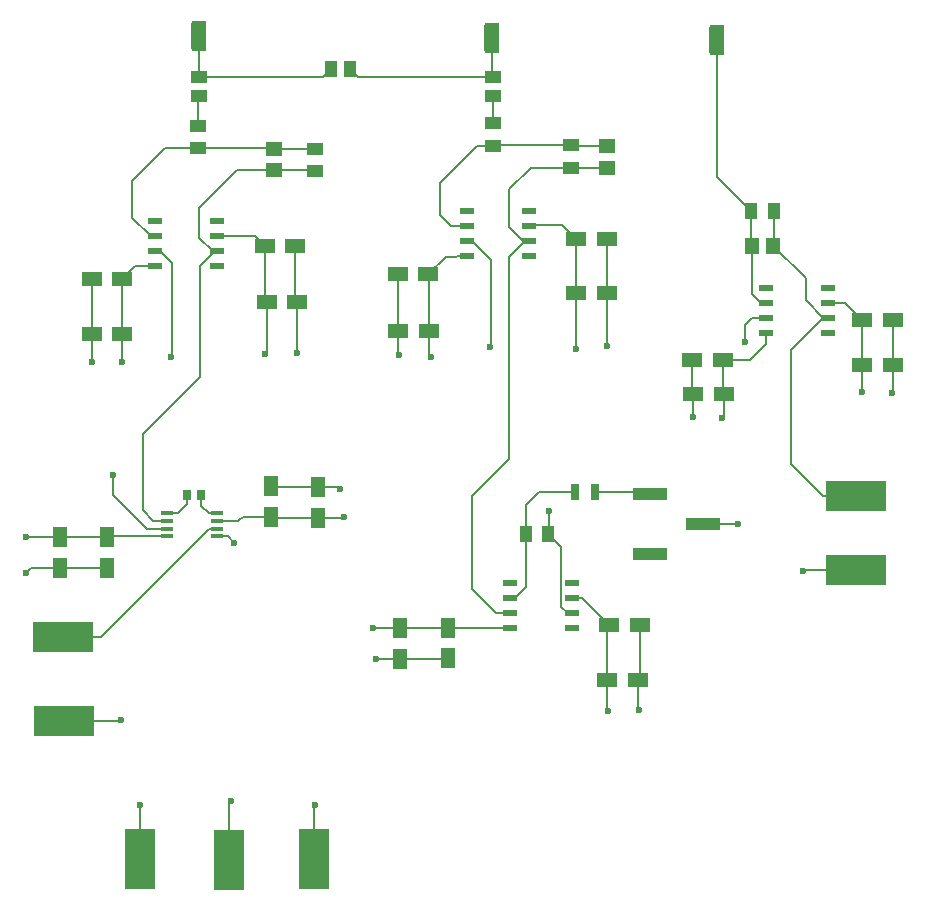
<source format=gbr>
%TF.GenerationSoftware,KiCad,Pcbnew,9.0.0*%
%TF.CreationDate,2025-05-16T17:36:55-07:00*%
%TF.ProjectId,current_measure_board,63757272-656e-4745-9f6d-656173757265,rev?*%
%TF.SameCoordinates,Original*%
%TF.FileFunction,Copper,L1,Top*%
%TF.FilePolarity,Positive*%
%FSLAX46Y46*%
G04 Gerber Fmt 4.6, Leading zero omitted, Abs format (unit mm)*
G04 Created by KiCad (PCBNEW 9.0.0) date 2025-05-16 17:36:55*
%MOMM*%
%LPD*%
G01*
G04 APERTURE LIST*
G04 Aperture macros list*
%AMRoundRect*
0 Rectangle with rounded corners*
0 $1 Rounding radius*
0 $2 $3 $4 $5 $6 $7 $8 $9 X,Y pos of 4 corners*
0 Add a 4 corners polygon primitive as box body*
4,1,4,$2,$3,$4,$5,$6,$7,$8,$9,$2,$3,0*
0 Add four circle primitives for the rounded corners*
1,1,$1+$1,$2,$3*
1,1,$1+$1,$4,$5*
1,1,$1+$1,$6,$7*
1,1,$1+$1,$8,$9*
0 Add four rect primitives between the rounded corners*
20,1,$1+$1,$2,$3,$4,$5,0*
20,1,$1+$1,$4,$5,$6,$7,0*
20,1,$1+$1,$6,$7,$8,$9,0*
20,1,$1+$1,$8,$9,$2,$3,0*%
G04 Aperture macros list end*
%TA.AperFunction,SMDPad,CuDef*%
%ADD10R,5.080000X2.540000*%
%TD*%
%TA.AperFunction,SMDPad,CuDef*%
%ADD11RoundRect,0.190500X-0.444500X-1.079500X0.444500X-1.079500X0.444500X1.079500X-0.444500X1.079500X0*%
%TD*%
%TA.AperFunction,SMDPad,CuDef*%
%ADD12R,1.000000X1.450000*%
%TD*%
%TA.AperFunction,SMDPad,CuDef*%
%ADD13R,1.150000X1.450000*%
%TD*%
%TA.AperFunction,SMDPad,CuDef*%
%ADD14R,1.800000X1.250000*%
%TD*%
%TA.AperFunction,SMDPad,CuDef*%
%ADD15R,1.470000X1.030000*%
%TD*%
%TA.AperFunction,SMDPad,CuDef*%
%ADD16R,2.540000X5.080000*%
%TD*%
%TA.AperFunction,SMDPad,CuDef*%
%ADD17R,1.030000X1.470000*%
%TD*%
%TA.AperFunction,SMDPad,CuDef*%
%ADD18R,1.250000X1.800000*%
%TD*%
%TA.AperFunction,SMDPad,CuDef*%
%ADD19R,3.000000X1.000000*%
%TD*%
%TA.AperFunction,SMDPad,CuDef*%
%ADD20R,1.450000X1.000000*%
%TD*%
%TA.AperFunction,SMDPad,CuDef*%
%ADD21R,0.660400X0.889000*%
%TD*%
%TA.AperFunction,SMDPad,CuDef*%
%ADD22R,1.092200X0.381000*%
%TD*%
%TA.AperFunction,SMDPad,CuDef*%
%ADD23R,1.257300X0.482600*%
%TD*%
%TA.AperFunction,SMDPad,CuDef*%
%ADD24R,0.762000X1.346200*%
%TD*%
%TA.AperFunction,SMDPad,CuDef*%
%ADD25R,1.450000X1.150000*%
%TD*%
%TA.AperFunction,ViaPad*%
%ADD26C,0.600000*%
%TD*%
%TA.AperFunction,Conductor*%
%ADD27C,0.200000*%
%TD*%
G04 APERTURE END LIST*
D10*
%TO.P,TP8,1,1*%
%TO.N,/Current_meas*%
X180900000Y-99187500D03*
%TD*%
D11*
%TO.P,TP10,1,1*%
%TO.N,/Current_in*%
X169150000Y-60550000D03*
%TD*%
D10*
%TO.P,TP9,1,1*%
%TO.N,GND*%
X180950000Y-105387500D03*
%TD*%
%TO.P,TP7,1,1*%
%TO.N,GND*%
X113850000Y-118200000D03*
%TD*%
D12*
%TO.P,R10,1*%
%TO.N,/Current_meas*%
X173950000Y-75050000D03*
%TO.P,R10,2*%
%TO.N,/Current_in*%
X172050000Y-75050000D03*
%TD*%
D13*
%TO.P,C26,1*%
%TO.N,/Current_meas*%
X173900000Y-77950000D03*
%TO.P,C26,2*%
%TO.N,/Current_in*%
X172100000Y-77950000D03*
%TD*%
D14*
%TO.P,C25,1,+*%
%TO.N,GND*%
X167100000Y-90500000D03*
%TO.P,C25,2,-*%
%TO.N,/Vminus*%
X169700000Y-90500000D03*
%TD*%
%TO.P,C24,1,1*%
%TO.N,GND*%
X167050000Y-87650000D03*
%TO.P,C24,2,2*%
%TO.N,/Vminus*%
X169650000Y-87650000D03*
%TD*%
%TO.P,C23,1,+*%
%TO.N,/Vplus*%
X181400000Y-88100000D03*
%TO.P,C23,2,-*%
%TO.N,GND*%
X184000000Y-88100000D03*
%TD*%
%TO.P,C22,1,1*%
%TO.N,/Vplus*%
X181400000Y-84250000D03*
%TO.P,C22,2,2*%
%TO.N,GND*%
X184000000Y-84250000D03*
%TD*%
D15*
%TO.P,C3,1*%
%TO.N,Net-(C3-Pad1)*%
X125250000Y-65300000D03*
%TO.P,C3,2*%
%TO.N,/PA98_in*%
X125250000Y-63700000D03*
%TD*%
D16*
%TO.P,TP6,1,1*%
%TO.N,GND*%
X127837500Y-130000000D03*
%TD*%
D17*
%TO.P,C5,1*%
%TO.N,/PA98_in*%
X136472400Y-63022700D03*
%TO.P,C5,2*%
%TO.N,/measurement_in*%
X138072400Y-63022700D03*
%TD*%
D18*
%TO.P,C12,1,1*%
%TO.N,/Vplus*%
X131400000Y-100900000D03*
%TO.P,C12,2,2*%
%TO.N,GND*%
X131400000Y-98300000D03*
%TD*%
D19*
%TO.P,R2,1*%
%TO.N,Net-(R2-Pad1)*%
X163462500Y-98960000D03*
%TO.P,R2,2*%
%TO.N,GND*%
X167962500Y-101500000D03*
%TO.P,R2,3*%
%TO.N,unconnected-(R2-Pad3)*%
X163462500Y-104040000D03*
%TD*%
D20*
%TO.P,R9,1*%
%TO.N,Net-(C4-Pad1)*%
X150150000Y-67600000D03*
%TO.P,R9,2*%
%TO.N,Net-(U4--INA)*%
X150150000Y-69500000D03*
%TD*%
D14*
%TO.P,C7,1,1*%
%TO.N,/Vplus*%
X159850000Y-114750000D03*
%TO.P,C7,2,2*%
%TO.N,GND*%
X162450000Y-114750000D03*
%TD*%
D21*
%TO.P,R1,1*%
%TO.N,Net-(U1-RG-)*%
X124227700Y-99050000D03*
%TO.P,R1,2*%
%TO.N,Net-(U1-RG+)*%
X125472300Y-99050000D03*
%TD*%
D14*
%TO.P,C14,1,1*%
%TO.N,/Vplus*%
X130850000Y-78000000D03*
%TO.P,C14,2,2*%
%TO.N,GND*%
X133450000Y-78000000D03*
%TD*%
%TO.P,C20,1,1*%
%TO.N,GND*%
X142100000Y-80400000D03*
%TO.P,C20,2,2*%
%TO.N,/Vminus*%
X144700000Y-80400000D03*
%TD*%
%TO.P,C17,1,+*%
%TO.N,GND*%
X116200000Y-85400000D03*
%TO.P,C17,2,-*%
%TO.N,/Vminus*%
X118800000Y-85400000D03*
%TD*%
%TO.P,C15,1,+*%
%TO.N,/Vplus*%
X131000000Y-82700000D03*
%TO.P,C15,2,-*%
%TO.N,GND*%
X133600000Y-82700000D03*
%TD*%
D11*
%TO.P,TP4,1,1*%
%TO.N,/PA98_in*%
X125300000Y-60250000D03*
%TD*%
D18*
%TO.P,C10,1,1*%
%TO.N,GND*%
X113550000Y-105250000D03*
%TO.P,C10,2,2*%
%TO.N,/Vminus*%
X113550000Y-102650000D03*
%TD*%
%TO.P,C13,1,+*%
%TO.N,/Vplus*%
X135350000Y-101000000D03*
%TO.P,C13,2,-*%
%TO.N,GND*%
X135350000Y-98400000D03*
%TD*%
D22*
%TO.P,U1,1,RG-*%
%TO.N,Net-(U1-RG-)*%
X122566400Y-100625001D03*
%TO.P,U1,2,IN-*%
%TO.N,Net-(U1-IN-)*%
X122566400Y-101274999D03*
%TO.P,U1,3,IN+*%
%TO.N,Net-(U1-IN+)*%
X122566400Y-101925001D03*
%TO.P,U1,4,V-*%
%TO.N,/Vminus*%
X122566400Y-102574999D03*
%TO.P,U1,5,REF*%
%TO.N,GND*%
X126833600Y-102574999D03*
%TO.P,U1,6,OUTPUT*%
%TO.N,/Control_out*%
X126833600Y-101925001D03*
%TO.P,U1,7,V+*%
%TO.N,/Vplus*%
X126833600Y-101274999D03*
%TO.P,U1,8,RG+*%
%TO.N,Net-(U1-RG+)*%
X126833600Y-100625001D03*
%TD*%
D10*
%TO.P,TP3,1,1*%
%TO.N,/Control_out*%
X113750000Y-111100000D03*
%TD*%
D14*
%TO.P,C21,1,+*%
%TO.N,GND*%
X142150000Y-85200000D03*
%TO.P,C21,2,-*%
%TO.N,/Vminus*%
X144750000Y-85200000D03*
%TD*%
D20*
%TO.P,R7,1*%
%TO.N,Net-(U3-+INA)*%
X156800000Y-71350000D03*
%TO.P,R7,2*%
%TO.N,Net-(U4--INA)*%
X156800000Y-69450000D03*
%TD*%
%TO.P,R8,1*%
%TO.N,Net-(C3-Pad1)*%
X125200000Y-67800000D03*
%TO.P,R8,2*%
%TO.N,Net-(U2--INA)*%
X125200000Y-69700000D03*
%TD*%
D18*
%TO.P,C8,1,1*%
%TO.N,GND*%
X142300000Y-112950000D03*
%TO.P,C8,2,2*%
%TO.N,/Vminus*%
X142300000Y-110350000D03*
%TD*%
D16*
%TO.P,TP2,1,1*%
%TO.N,/Vminus*%
X120250000Y-129900000D03*
%TD*%
D23*
%TO.P,U2,1,VOSADJ*%
%TO.N,unconnected-(U2-VOSADJ-Pad1)*%
X121577450Y-75895000D03*
%TO.P,U2,2,-INA*%
%TO.N,Net-(U2--INA)*%
X121577450Y-77165000D03*
%TO.P,U2,3,+INA*%
%TO.N,GND*%
X121577450Y-78435000D03*
%TO.P,U2,4,V-*%
%TO.N,/Vminus*%
X121577450Y-79705000D03*
%TO.P,U2,5,VOSADJ*%
%TO.N,unconnected-(U2-VOSADJ-Pad5)*%
X126822550Y-79705000D03*
%TO.P,U2,6,OUT*%
%TO.N,Net-(U1-IN-)*%
X126822550Y-78435000D03*
%TO.P,U2,7,V+*%
%TO.N,/Vplus*%
X126822550Y-77165000D03*
%TO.P,U2,8,NC*%
%TO.N,unconnected-(U2-NC-Pad8)*%
X126822550Y-75895000D03*
%TD*%
D14*
%TO.P,C16,1,1*%
%TO.N,GND*%
X116200000Y-80750000D03*
%TO.P,C16,2,2*%
%TO.N,/Vminus*%
X118800000Y-80750000D03*
%TD*%
%TO.P,C19,1,+*%
%TO.N,/Vplus*%
X157200000Y-82000000D03*
%TO.P,C19,2,-*%
%TO.N,GND*%
X159800000Y-82000000D03*
%TD*%
D15*
%TO.P,C4,1*%
%TO.N,Net-(C4-Pad1)*%
X150150000Y-65300000D03*
%TO.P,C4,2*%
%TO.N,/measurement_in*%
X150150000Y-63700000D03*
%TD*%
D12*
%TO.P,R3,1*%
%TO.N,Net-(U1-IN+)*%
X154850000Y-102350000D03*
%TO.P,R3,2*%
%TO.N,Net-(U3--INA)*%
X152950000Y-102350000D03*
%TD*%
D23*
%TO.P,U4,1,VOSADJ*%
%TO.N,unconnected-(U4-VOSADJ-Pad1)*%
X148000000Y-75050000D03*
%TO.P,U4,2,-INA*%
%TO.N,Net-(U4--INA)*%
X148000000Y-76320000D03*
%TO.P,U4,3,+INA*%
%TO.N,GND*%
X148000000Y-77590000D03*
%TO.P,U4,4,V-*%
%TO.N,/Vminus*%
X148000000Y-78860000D03*
%TO.P,U4,5,VOSADJ*%
%TO.N,unconnected-(U4-VOSADJ-Pad5)*%
X153245100Y-78860000D03*
%TO.P,U4,6,OUT*%
%TO.N,Net-(U3-+INA)*%
X153245100Y-77590000D03*
%TO.P,U4,7,V+*%
%TO.N,/Vplus*%
X153245100Y-76320000D03*
%TO.P,U4,8,NC*%
%TO.N,unconnected-(U4-NC-Pad8)*%
X153245100Y-75050000D03*
%TD*%
%TO.P,U3,1,VOSADJ*%
%TO.N,unconnected-(U3-VOSADJ-Pad1)*%
X151627450Y-106545000D03*
%TO.P,U3,2,-INA*%
%TO.N,Net-(U3--INA)*%
X151627450Y-107815000D03*
%TO.P,U3,3,+INA*%
%TO.N,Net-(U3-+INA)*%
X151627450Y-109085000D03*
%TO.P,U3,4,V-*%
%TO.N,/Vminus*%
X151627450Y-110355000D03*
%TO.P,U3,5,VOSADJ*%
%TO.N,unconnected-(U3-VOSADJ-Pad5)*%
X156872550Y-110355000D03*
%TO.P,U3,6,OUT*%
%TO.N,Net-(U1-IN+)*%
X156872550Y-109085000D03*
%TO.P,U3,7,V+*%
%TO.N,/Vplus*%
X156872550Y-107815000D03*
%TO.P,U3,8,NC*%
%TO.N,unconnected-(U3-NC-Pad8)*%
X156872550Y-106545000D03*
%TD*%
D16*
%TO.P,TP1,1,1*%
%TO.N,/Vplus*%
X135050000Y-129900000D03*
%TD*%
D18*
%TO.P,C9,1,+*%
%TO.N,GND*%
X146350000Y-112900000D03*
%TO.P,C9,2,-*%
%TO.N,/Vminus*%
X146350000Y-110300000D03*
%TD*%
D24*
%TO.P,R6,1*%
%TO.N,Net-(U3--INA)*%
X157124500Y-98800000D03*
%TO.P,R6,2*%
%TO.N,Net-(R2-Pad1)*%
X158775500Y-98800000D03*
%TD*%
D18*
%TO.P,C11,1,+*%
%TO.N,GND*%
X117474999Y-105225001D03*
%TO.P,C11,2,-*%
%TO.N,/Vminus*%
X117474999Y-102625001D03*
%TD*%
D25*
%TO.P,C2,1*%
%TO.N,Net-(U3-+INA)*%
X159800000Y-71350000D03*
%TO.P,C2,2*%
%TO.N,Net-(U4--INA)*%
X159800000Y-69550000D03*
%TD*%
%TO.P,C1,1*%
%TO.N,Net-(U1-IN-)*%
X131600000Y-71550000D03*
%TO.P,C1,2*%
%TO.N,Net-(U2--INA)*%
X131600000Y-69750000D03*
%TD*%
D14*
%TO.P,C18,1,1*%
%TO.N,/Vplus*%
X157200000Y-77400000D03*
%TO.P,C18,2,2*%
%TO.N,GND*%
X159800000Y-77400000D03*
%TD*%
D11*
%TO.P,TP5,1,1*%
%TO.N,/measurement_in*%
X150100000Y-60350000D03*
%TD*%
D14*
%TO.P,C6,1,+*%
%TO.N,/Vplus*%
X160000000Y-110100000D03*
%TO.P,C6,2,-*%
%TO.N,GND*%
X162600000Y-110100000D03*
%TD*%
D20*
%TO.P,R4,1*%
%TO.N,Net-(U1-IN-)*%
X135100000Y-71650000D03*
%TO.P,R4,2*%
%TO.N,Net-(U2--INA)*%
X135100000Y-69750000D03*
%TD*%
D23*
%TO.P,U5,8,NC*%
%TO.N,unconnected-(U5-NC-Pad8)*%
X178522550Y-81545000D03*
%TO.P,U5,7,V+*%
%TO.N,/Vplus*%
X178522550Y-82815000D03*
%TO.P,U5,6,OUT*%
%TO.N,/Current_meas*%
X178522550Y-84085000D03*
%TO.P,U5,5,VOSADJ*%
%TO.N,unconnected-(U5-VOSADJ-Pad5)*%
X178522550Y-85355000D03*
%TO.P,U5,4,V-*%
%TO.N,/Vminus*%
X173277450Y-85355000D03*
%TO.P,U5,3,+INA*%
%TO.N,GND*%
X173277450Y-84085000D03*
%TO.P,U5,2,-INA*%
%TO.N,/Current_in*%
X173277450Y-82815000D03*
%TO.P,U5,1,VOSADJ*%
%TO.N,unconnected-(U5-VOSADJ-Pad1)*%
X173277450Y-81545000D03*
%TD*%
D26*
%TO.N,/Vminus*%
X169550000Y-92550000D03*
%TO.N,GND*%
X167100000Y-92500000D03*
X171500000Y-86150000D03*
X183950000Y-90400000D03*
%TO.N,/Vplus*%
X181400000Y-90350000D03*
%TO.N,GND*%
X176400000Y-105500000D03*
X118650000Y-118150000D03*
X110650000Y-105650000D03*
X128250000Y-103100000D03*
X142250000Y-87250000D03*
X162500000Y-117300000D03*
X149900000Y-86550000D03*
X128000000Y-124943750D03*
X122900000Y-87400000D03*
X137200000Y-98550000D03*
X170950000Y-101550000D03*
X116250000Y-87850000D03*
X140250000Y-112950000D03*
X133600000Y-87050000D03*
X159850000Y-86450000D03*
%TO.N,/Vplus*%
X159900000Y-117350000D03*
X157200000Y-86700000D03*
X130850000Y-87150000D03*
X135112500Y-125350000D03*
X137550000Y-100900000D03*
%TO.N,/Vminus*%
X140000000Y-110350000D03*
X120300000Y-125350000D03*
X118800000Y-87800000D03*
X144900000Y-87350000D03*
X110600000Y-102600000D03*
%TO.N,Net-(U1-IN+)*%
X154900000Y-100450000D03*
X118000000Y-97350000D03*
%TD*%
D27*
%TO.N,Net-(U3--INA)*%
X154050000Y-98800000D02*
X157124500Y-98800000D01*
X152950000Y-99900000D02*
X154050000Y-98800000D01*
X152950000Y-102350000D02*
X152950000Y-99900000D01*
X152014800Y-107815000D02*
X152950000Y-106879800D01*
X152950000Y-106879800D02*
X152950000Y-102350000D01*
X151627450Y-107815000D02*
X152014800Y-107815000D01*
%TO.N,Net-(U3-+INA)*%
X148400000Y-107050000D02*
X148475000Y-107125000D01*
X148400000Y-99132900D02*
X148400000Y-107050000D01*
X150435000Y-109085000D02*
X148475000Y-107125000D01*
X151500000Y-96050000D02*
X149151000Y-98399000D01*
X149151000Y-98399000D02*
X149133900Y-98399000D01*
X149133900Y-98399000D02*
X148400000Y-99132900D01*
X151500000Y-78947750D02*
X151500000Y-96050000D01*
X152857750Y-77590000D02*
X151500000Y-78947750D01*
X153245100Y-77590000D02*
X152857750Y-77590000D01*
X151627450Y-109085000D02*
X150435000Y-109085000D01*
X151425500Y-109085000D02*
X151627450Y-109085000D01*
%TO.N,Net-(U1-IN-)*%
X125350000Y-89100000D02*
X125350000Y-79650000D01*
X125350000Y-79650000D02*
X126435200Y-78564800D01*
X120500000Y-93950000D02*
X125350000Y-89100000D01*
X121424999Y-101274999D02*
X120500000Y-100350000D01*
X120500000Y-100350000D02*
X120500000Y-93950000D01*
X122566400Y-101274999D02*
X121424999Y-101274999D01*
X126435200Y-78564800D02*
X126435200Y-78435000D01*
%TO.N,Net-(U1-RG+)*%
X125472300Y-99972300D02*
X125472300Y-99050000D01*
X126125001Y-100625001D02*
X125472300Y-99972300D01*
X126833600Y-100625001D02*
X126125001Y-100625001D01*
%TO.N,Net-(U1-RG-)*%
X122566400Y-100625001D02*
X123474999Y-100625001D01*
X123474999Y-100625001D02*
X124227700Y-99872300D01*
X124227700Y-99872300D02*
X124227700Y-99050000D01*
%TO.N,GND*%
X127724999Y-102574999D02*
X126833600Y-102574999D01*
X128250000Y-103100000D02*
X127724999Y-102574999D01*
%TO.N,/Current_meas*%
X175400000Y-86820200D02*
X178135200Y-84085000D01*
X178135200Y-84085000D02*
X178522550Y-84085000D01*
X175400000Y-96450000D02*
X175400000Y-86820200D01*
X178137500Y-99187500D02*
X175400000Y-96450000D01*
X180900000Y-99187500D02*
X178137500Y-99187500D01*
X176650000Y-82599800D02*
X178135200Y-84085000D01*
X176650000Y-80700000D02*
X176650000Y-82599800D01*
X173900000Y-77950000D02*
X176650000Y-80700000D01*
X173950000Y-77900000D02*
X173900000Y-77950000D01*
X173950000Y-75050000D02*
X173950000Y-77900000D01*
%TO.N,/Current_in*%
X172890100Y-82815000D02*
X173277450Y-82815000D01*
X172100000Y-82024900D02*
X172890100Y-82815000D01*
X172100000Y-77950000D02*
X172100000Y-82024900D01*
X172050000Y-77900000D02*
X172100000Y-77950000D01*
X172050000Y-75050000D02*
X172050000Y-77900000D01*
X169150000Y-72150000D02*
X172050000Y-75050000D01*
X169150000Y-60550000D02*
X169150000Y-72150000D01*
%TO.N,/Vminus*%
X169700000Y-92400000D02*
X169550000Y-92550000D01*
X169700000Y-90500000D02*
X169700000Y-92400000D01*
X169650000Y-90450000D02*
X169700000Y-90500000D01*
X169650000Y-87650000D02*
X169650000Y-90450000D01*
%TO.N,GND*%
X167100000Y-90500000D02*
X167100000Y-92500000D01*
X167050000Y-90450000D02*
X167100000Y-90500000D01*
X167050000Y-87650000D02*
X167050000Y-90450000D01*
%TO.N,/Vminus*%
X171950000Y-87650000D02*
X169650000Y-87650000D01*
X173277450Y-86322550D02*
X171950000Y-87650000D01*
X173277450Y-85355000D02*
X173277450Y-86322550D01*
%TO.N,GND*%
X171500000Y-84650000D02*
X171500000Y-86150000D01*
X172065000Y-84085000D02*
X171500000Y-84650000D01*
X173277450Y-84085000D02*
X172065000Y-84085000D01*
X184000000Y-90350000D02*
X183950000Y-90400000D01*
X184000000Y-88100000D02*
X184000000Y-90350000D01*
X184000000Y-84250000D02*
X184000000Y-88100000D01*
%TO.N,/Vplus*%
X181400000Y-88100000D02*
X181400000Y-90350000D01*
X181400000Y-84250000D02*
X181400000Y-88100000D01*
X179965000Y-82815000D02*
X181400000Y-84250000D01*
X178522550Y-82815000D02*
X179965000Y-82815000D01*
%TO.N,GND*%
X180950000Y-105387500D02*
X176512500Y-105387500D01*
X176512500Y-105387500D02*
X176400000Y-105500000D01*
X118600000Y-118200000D02*
X118650000Y-118150000D01*
X113850000Y-118200000D02*
X118600000Y-118200000D01*
%TO.N,/Control_out*%
X126124999Y-101925001D02*
X126833600Y-101925001D01*
X113750000Y-111100000D02*
X116950000Y-111100000D01*
X116950000Y-111100000D02*
X126124999Y-101925001D01*
%TO.N,Net-(U1-IN-)*%
X125300000Y-77299800D02*
X126435200Y-78435000D01*
X131600000Y-71550000D02*
X128500000Y-71550000D01*
X135000000Y-71550000D02*
X135100000Y-71650000D01*
X125300000Y-74750000D02*
X125300000Y-77299800D01*
X126435200Y-78435000D02*
X126822550Y-78435000D01*
X131600000Y-71550000D02*
X135000000Y-71550000D01*
X128500000Y-71550000D02*
X125300000Y-74750000D01*
%TO.N,Net-(U2--INA)*%
X131550000Y-69700000D02*
X131600000Y-69750000D01*
X122400000Y-69700000D02*
X125200000Y-69700000D01*
X119650000Y-75624900D02*
X119650000Y-72450000D01*
X121190100Y-77165000D02*
X119650000Y-75624900D01*
X119650000Y-72450000D02*
X122400000Y-69700000D01*
X135100000Y-69750000D02*
X131600000Y-69750000D01*
X121577450Y-77165000D02*
X121190100Y-77165000D01*
X125200000Y-69700000D02*
X131550000Y-69700000D01*
%TO.N,Net-(U3-+INA)*%
X159800000Y-71350000D02*
X156800000Y-71350000D01*
X156800000Y-71350000D02*
X153400000Y-71350000D01*
X152740000Y-77590000D02*
X153245100Y-77590000D01*
X151550000Y-76400000D02*
X152740000Y-77590000D01*
X153400000Y-71350000D02*
X151550000Y-73200000D01*
X151550000Y-73200000D02*
X151550000Y-76400000D01*
X151240100Y-109085000D02*
X151627450Y-109085000D01*
%TO.N,Net-(U4--INA)*%
X150150000Y-69500000D02*
X148850000Y-69500000D01*
X156900000Y-69550000D02*
X156800000Y-69450000D01*
X146620000Y-76320000D02*
X148000000Y-76320000D01*
X145700000Y-75400000D02*
X146620000Y-76320000D01*
X145700000Y-72650000D02*
X145700000Y-75400000D01*
X159800000Y-69550000D02*
X156900000Y-69550000D01*
X148850000Y-69500000D02*
X145700000Y-72650000D01*
X150200000Y-69450000D02*
X150150000Y-69500000D01*
X156800000Y-69450000D02*
X150200000Y-69450000D01*
%TO.N,Net-(C3-Pad1)*%
X125200000Y-67800000D02*
X125200000Y-65350000D01*
X125200000Y-65350000D02*
X125250000Y-65300000D01*
%TO.N,/PA98_in*%
X125250000Y-63700000D02*
X135795100Y-63700000D01*
X135795100Y-63700000D02*
X136472400Y-63022700D01*
X125400000Y-63550000D02*
X125250000Y-63700000D01*
X125300000Y-63650000D02*
X125250000Y-63700000D01*
X125300000Y-60250000D02*
X125300000Y-63650000D01*
X125250000Y-63700000D02*
X125600000Y-63350000D01*
%TO.N,Net-(C4-Pad1)*%
X150150000Y-65300000D02*
X150150000Y-67600000D01*
%TO.N,/measurement_in*%
X150100000Y-63650000D02*
X150150000Y-63700000D01*
X138749700Y-63700000D02*
X150150000Y-63700000D01*
X150150000Y-63700000D02*
X150150000Y-63500000D01*
X150100000Y-60350000D02*
X150100000Y-63650000D01*
X150000000Y-63550000D02*
X150150000Y-63700000D01*
X138072400Y-63022700D02*
X138749700Y-63700000D01*
%TO.N,GND*%
X116200000Y-87800000D02*
X116250000Y-87850000D01*
X116200000Y-85400000D02*
X116200000Y-87800000D01*
X167962500Y-101500000D02*
X170900000Y-101500000D01*
X133450000Y-78000000D02*
X133450000Y-82550000D01*
X146300000Y-112950000D02*
X146350000Y-112900000D01*
X162450000Y-114750000D02*
X162450000Y-117250000D01*
X133450000Y-82550000D02*
X133600000Y-82700000D01*
X116200000Y-80750000D02*
X116200000Y-85400000D01*
X159800000Y-86400000D02*
X159800000Y-82000000D01*
X133600000Y-82700000D02*
X133600000Y-87050000D01*
X113550000Y-105250000D02*
X117450000Y-105250000D01*
X162600000Y-110100000D02*
X162600000Y-114600000D01*
X137050000Y-98400000D02*
X137200000Y-98550000D01*
X127837500Y-130000000D02*
X127837500Y-125106250D01*
X131500000Y-98400000D02*
X131400000Y-98300000D01*
X127837500Y-125106250D02*
X128000000Y-124943750D01*
X142150000Y-80450000D02*
X142100000Y-80400000D01*
X122900000Y-87400000D02*
X123000000Y-87300000D01*
X142150000Y-85200000D02*
X142150000Y-80450000D01*
X159800000Y-77400000D02*
X159800000Y-82000000D01*
X142150000Y-85200000D02*
X142150000Y-87150000D01*
X123000000Y-87300000D02*
X123000000Y-79470200D01*
X162600000Y-114600000D02*
X162450000Y-114750000D01*
X111050000Y-105250000D02*
X110650000Y-105650000D01*
X142150000Y-87150000D02*
X142250000Y-87250000D01*
X113550000Y-105250000D02*
X111050000Y-105250000D01*
X135350000Y-98400000D02*
X131500000Y-98400000D01*
X149900000Y-86550000D02*
X150000000Y-86450000D01*
X162450000Y-117250000D02*
X162500000Y-117300000D01*
X150000000Y-86450000D02*
X150000000Y-79202650D01*
X140250000Y-112950000D02*
X146300000Y-112950000D01*
X135350000Y-98400000D02*
X137050000Y-98400000D01*
X117450000Y-105250000D02*
X117474999Y-105225001D01*
X121964800Y-78435000D02*
X121577450Y-78435000D01*
X170900000Y-101500000D02*
X170950000Y-101550000D01*
X133550000Y-87000000D02*
X133600000Y-87050000D01*
X159850000Y-86450000D02*
X159800000Y-86400000D01*
X148387350Y-77590000D02*
X148000000Y-77590000D01*
X150000000Y-79202650D02*
X148387350Y-77590000D01*
X123000000Y-79470200D02*
X121964800Y-78435000D01*
%TO.N,/Vplus*%
X135050000Y-129900000D02*
X135050000Y-125412500D01*
X157200000Y-86700000D02*
X157200000Y-82000000D01*
X159850000Y-117300000D02*
X159900000Y-117350000D01*
X157200000Y-77400000D02*
X156849700Y-77400000D01*
X130850000Y-78000000D02*
X130850000Y-82550000D01*
X135050000Y-125412500D02*
X135112500Y-125350000D01*
X131500000Y-101000000D02*
X131400000Y-100900000D01*
X128850000Y-101000000D02*
X128900000Y-101000000D01*
X126833600Y-101274999D02*
X128575001Y-101274999D01*
X157200000Y-77400000D02*
X157200000Y-82000000D01*
X130015000Y-77165000D02*
X126822550Y-77165000D01*
X153315100Y-76250000D02*
X153245100Y-76320000D01*
X128575001Y-101274999D02*
X128850000Y-101000000D01*
X130850000Y-82550000D02*
X131000000Y-82700000D01*
X159850000Y-110250000D02*
X160000000Y-110100000D01*
X131000000Y-82700000D02*
X131000000Y-87000000D01*
X159850000Y-114750000D02*
X159850000Y-117300000D01*
X135350000Y-101000000D02*
X137450000Y-101000000D01*
X131000000Y-87000000D02*
X130850000Y-87150000D01*
X156872550Y-107815000D02*
X157715000Y-107815000D01*
X156050000Y-76250000D02*
X153315100Y-76250000D01*
X159850000Y-114750000D02*
X159850000Y-110250000D01*
X130850000Y-78000000D02*
X130015000Y-77165000D01*
X129000000Y-100900000D02*
X131400000Y-100900000D01*
X157200000Y-77400000D02*
X156050000Y-76250000D01*
X157715000Y-107815000D02*
X160000000Y-110100000D01*
X128900000Y-101000000D02*
X129000000Y-100900000D01*
X137450000Y-101000000D02*
X137550000Y-100900000D01*
X135350000Y-101000000D02*
X131500000Y-101000000D01*
%TO.N,/Vminus*%
X144700000Y-80400000D02*
X146200000Y-78900000D01*
X144750000Y-85200000D02*
X144750000Y-87200000D01*
X122491399Y-102650000D02*
X122566400Y-102574999D01*
X122566400Y-102574999D02*
X117525001Y-102574999D01*
X144750000Y-85200000D02*
X144750000Y-80450000D01*
X118800000Y-80750000D02*
X118800000Y-85400000D01*
X113550000Y-102650000D02*
X110650000Y-102650000D01*
X146250000Y-110350000D02*
X142300000Y-110350000D01*
X144750000Y-87200000D02*
X144900000Y-87350000D01*
X142300000Y-110350000D02*
X140000000Y-110350000D01*
X144750000Y-80450000D02*
X144700000Y-80400000D01*
X146350000Y-110300000D02*
X146300000Y-110300000D01*
X146350000Y-110300000D02*
X151572450Y-110300000D01*
X113550000Y-102650000D02*
X117450000Y-102650000D01*
X117550000Y-102550000D02*
X117474999Y-102625001D01*
X120250000Y-125400000D02*
X120300000Y-125350000D01*
X146405000Y-110355000D02*
X146350000Y-110300000D01*
X121577450Y-79705000D02*
X119845000Y-79705000D01*
X118800000Y-85400000D02*
X118800000Y-87800000D01*
X119845000Y-79705000D02*
X118800000Y-80750000D01*
X120250000Y-129900000D02*
X120250000Y-125400000D01*
X151572450Y-110300000D02*
X151627450Y-110355000D01*
X146300000Y-110300000D02*
X146250000Y-110350000D01*
X146200000Y-78900000D02*
X147050000Y-78900000D01*
X147090000Y-78860000D02*
X148000000Y-78860000D01*
X117525001Y-102574999D02*
X117474999Y-102625001D01*
X117450000Y-102650000D02*
X117474999Y-102625001D01*
X147050000Y-78900000D02*
X147090000Y-78860000D01*
X110650000Y-102650000D02*
X110600000Y-102600000D01*
%TO.N,Net-(R2-Pad1)*%
X158775500Y-98800000D02*
X163302500Y-98800000D01*
%TO.N,Net-(U3--INA)*%
X151425500Y-107815000D02*
X151627450Y-107815000D01*
%TO.N,Net-(U1-IN+)*%
X118000000Y-97350000D02*
X118000000Y-99050000D01*
X155942900Y-103442900D02*
X155942900Y-108542700D01*
X155942900Y-108542700D02*
X156485200Y-109085000D01*
X120875001Y-101925001D02*
X122566400Y-101925001D01*
X118000000Y-99050000D02*
X120875001Y-101925001D01*
X154850000Y-102350000D02*
X155942900Y-103442900D01*
X156485200Y-109085000D02*
X156872550Y-109085000D01*
X154900000Y-100450000D02*
X154900000Y-102300000D01*
X154900000Y-102300000D02*
X154850000Y-102350000D01*
%TD*%
M02*

</source>
